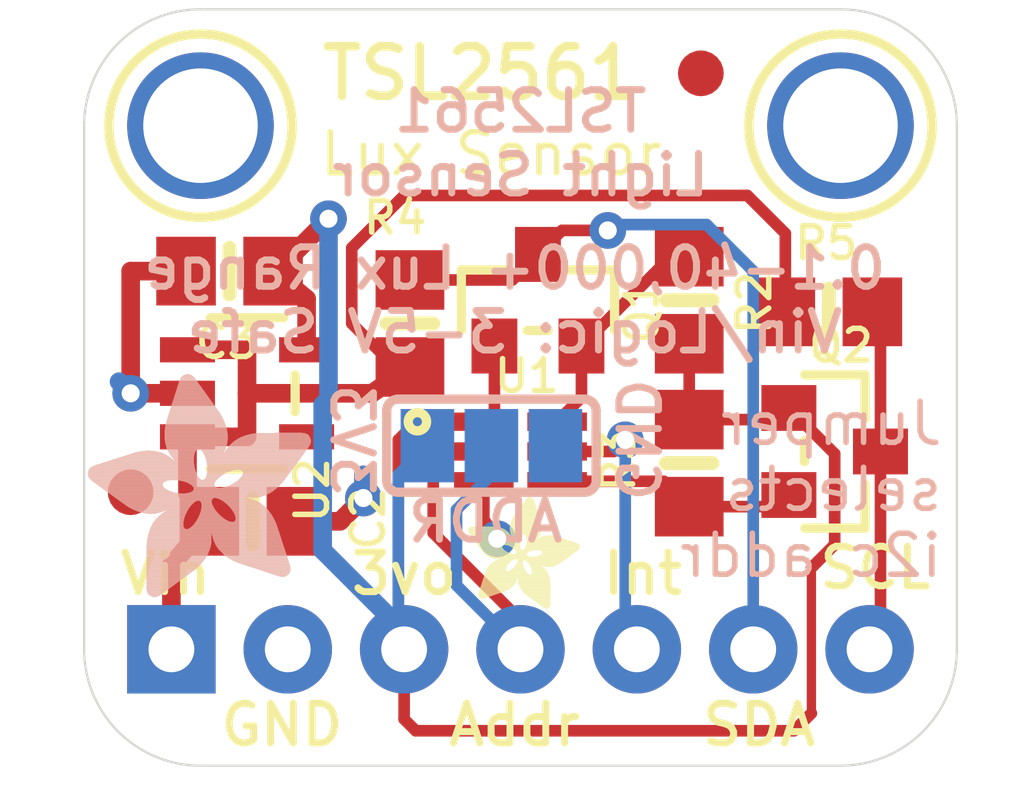
<source format=kicad_pcb>
(kicad_pcb (version 20221018) (generator pcbnew)
  (layers (0 "F.Cu" signal) (31 "B.Cu" signal) (34 "B.Paste" user) (35 "F.Paste" user) (36 "B.SilkS" user "B.Silkscreen") (37 "F.SilkS" user "F.Silkscreen") (38 "B.Mask" user) (39 "F.Mask" user) (44 "Edge.Cuts" user))
  (net 0 "")
  (net 1 "3.3V")
  (net 2 "GND")
  (net 3 "SCL")
  (net 4 "VIN")
  (net 5 "SDA_5V")
  (net 6 "SCL_5V")
  (net 7 "SDA")
  (net 8 "ADDR")
  (net 9 "INT")
  (footprint "TSL2561_5V_REV-A:0805-NO" (layer "F.Cu") (at 155.2321 103.3526 180)
    (fp_text reference "R5" (at -0.6985 1.905) (layer "F.SilkS") (effects (font (size 0.692831 0.692831) (thickness 0.119969)) (justify right top)))
    (fp_text value "10K")
    (pad "1" smd rect (at -0.95 0 180) (size 1.3 1.5) (layers "F.Cu" "F.Paste" "F.Mask") (net 6 "SCL_5V"))
    (pad "2" smd rect (at 0.95 0 180) (size 1.3 1.5) (layers "F.Cu" "F.Paste" "F.Mask") (net 4 "VIN"))
  )
  (footprint "TSL2561_5V_REV-A:FIDUCIAL_1MM" (layer "F.Cu") (at 152.4381 98.1456)
    (fp_text reference "FID1" hide)
    (fp_text value "FIDUCIAL\"\"" hide)
    (pad "1" smd roundrect (at 0 0) (size 1 1) (layers "F.Cu" "F.Mask") (roundrect_rratio 0.5))
  )
  (footprint "TSL2561_5V_REV-A:MOUNTINGHOLE_2.5_PLATED" (layer "F.Cu") (at 155.4861 99.2886)
    (fp_text reference "U$19" hide)
    (fp_text value "MOUNTINGHOLE2.5" hide)
    (pad "P$1" thru_hole circle (at 0 0) (size 3.2 3.2) (drill 2.5) (layers "*.Cu" "*.Mask"))
  )
  (footprint "TSL2561_5V_REV-A:SOT23-WIDE" (layer "F.Cu") (at 155.3591 106.4006 -90)
    (fp_text reference "Q2" (at -1.905 0.635) (layer "F.SilkS") (effects (font (size 0.692831 0.692831) (thickness 0.119969)) (justify left bottom)))
    (fp_text value "BSS138")
    (pad "1" smd rect (at -0.95 1 270) (size 1 1.2) (layers "F.Cu" "F.Paste" "F.Mask") (net 1 "3.3V"))
    (pad "2" smd rect (at 0.95 1 270) (size 1 1.2) (layers "F.Cu" "F.Paste" "F.Mask") (net 3 "SCL"))
    (pad "3" smd rect (at 0 -1 270) (size 1 1.2) (layers "F.Cu" "F.Paste" "F.Mask") (net 6 "SCL_5V"))
  )
  (footprint "TSL2561_5V_REV-A:0805-NO" (layer "F.Cu") (at 146.0881 103.6066 -90)
    (fp_text reference "R4" (at -1.905 1.0795) (layer "F.SilkS") (effects (font (size 0.692831 0.692831) (thickness 0.119969)) (justify left bottom)))
    (fp_text value "10K")
    (pad "1" smd rect (at -0.95 0 270) (size 1.3 1.5) (layers "F.Cu" "F.Paste" "F.Mask") (net 5 "SDA_5V"))
    (pad "2" smd rect (at 0.95 0 270) (size 1.3 1.5) (layers "F.Cu" "F.Paste" "F.Mask") (net 4 "VIN"))
  )
  (footprint "TSL2561_5V_REV-A:SOT23-5" (layer "F.Cu") (at 142.5321 105.1306 -90)
    (fp_text reference "U2" (at 1.343 -1.016 90) (layer "F.SilkS") (effects (font (size 0.692831 0.692831) (thickness 0.119969)) (justify right top)))
    (fp_text value "MIC5225-3.3")
    (pad "1" smd rect (at -0.95 1.3001 270) (size 0.55 1.2) (layers "F.Cu" "F.Paste" "F.Mask") (net 4 "VIN"))
    (pad "2" smd rect (at 0 1.3001 270) (size 0.55 1.2) (layers "F.Cu" "F.Paste" "F.Mask") (net 2 "GND"))
    (pad "3" smd rect (at 0.95 1.3001 270) (size 0.55 1.2) (layers "F.Cu" "F.Paste" "F.Mask") (net 4 "VIN"))
    (pad "4" smd rect (at 0.95 -1.3001 270) (size 0.55 1.2) (layers "F.Cu" "F.Paste" "F.Mask"))
    (pad "5" smd rect (at -0.95 -1.3001 270) (size 0.55 1.2) (layers "F.Cu" "F.Paste" "F.Mask") (net 1 "3.3V"))
  )
  (footprint "TSL2561_5V_REV-A:0805-NO" (layer "F.Cu") (at 152.1841 106.6546 90)
    (fp_text reference "R3" (at -0.6985 -1.143 90) (layer "F.SilkS") (effects (font (size 0.692831 0.692831) (thickness 0.119969)) (justify left bottom)))
    (fp_text value "10K")
    (pad "1" smd rect (at -0.95 0 90) (size 1.3 1.5) (layers "F.Cu" "F.Paste" "F.Mask") (net 3 "SCL"))
    (pad "2" smd rect (at 0.95 0 90) (size 1.3 1.5) (layers "F.Cu" "F.Paste" "F.Mask") (net 1 "3.3V"))
  )
  (footprint "TSL2561_5V_REV-A:TSL2561_FN" (layer "F.Cu") (at 148.5011 106.4006)
    (fp_text reference "U1" (at -0.635 -1.243) (layer "F.SilkS") (effects (font (size 0.692831 0.692831) (thickness 0.119969)) (justify left bottom)))
    (fp_text value "")
    (pad "ADR" smd rect (at -0.8 0) (size 1.3 0.4) (layers "F.Cu" "F.Mask") (net 8 "ADDR"))
    (pad "CLK" smd rect (at 0.8 0.65) (size 1.3 0.4) (layers "F.Cu" "F.Mask") (net 3 "SCL"))
    (pad "DATA" smd rect (at 0.8 -0.65) (size 1.3 0.4) (layers "F.Cu" "F.Mask") (net 7 "SDA"))
    (pad "INT" smd rect (at 0.8 0) (size 1.3 0.4) (layers "F.Cu" "F.Mask") (net 9 "INT"))
    (pad "VDD" smd rect (at -0.8 -0.65) (size 1.3 0.4) (layers "F.Cu" "F.Mask") (net 1 "3.3V"))
    (pad "VSS" smd rect (at -0.8 0.65) (size 1.3 0.4) (layers "F.Cu" "F.Mask") (net 2 "GND"))
  )
  (footprint "TSL2561_5V_REV-A:FIDUCIAL_1MM" (layer "F.Cu") (at 139.9921 107.2896)
    (fp_text reference "FID2" hide)
    (fp_text value "FIDUCIAL\"\"" hide)
    (pad "1" smd roundrect (at 0 0) (size 1 1) (layers "F.Cu" "F.Mask") (roundrect_rratio 0.5))
  )
  (footprint "TSL2561_5V_REV-A:ADAFRUIT_2.5MM" (layer "F.Cu") (at 147.3581 109.8296)
    (fp_text reference "U$15" hide)
    (fp_text value "" hide)
  )
  (footprint "TSL2561_5V_REV-A:0805-NO" (layer "F.Cu") (at 152.1841 103.0986 -90)
    (fp_text reference "R2" (at -0.6985 -1.016 90) (layer "F.SilkS") (effects (font (size 0.692831 0.692831) (thickness 0.119969)) (justify right top)))
    (fp_text value "10K")
    (pad "1" smd rect (at -0.95 0 270) (size 1.3 1.5) (layers "F.Cu" "F.Paste" "F.Mask") (net 7 "SDA"))
    (pad "2" smd rect (at 0.95 0 270) (size 1.3 1.5) (layers "F.Cu" "F.Paste" "F.Mask") (net 1 "3.3V"))
  )
  (footprint "TSL2561_5V_REV-A:1X07_ROUND_76" (layer "F.Cu") (at 148.5011 110.7186)
    (fp_text reference "JP1" hide)
    (fp_text value "")
    (pad "1" thru_hole rect (at -7.62 0 90) (size 1.9304 1.9304) (drill 1) (layers "*.Cu" "*.Mask") (net 4 "VIN"))
    (pad "2" thru_hole circle (at -5.08 0 90) (size 1.9304 1.9304) (drill 1) (layers "*.Cu" "*.Mask") (net 2 "GND"))
    (pad "3" thru_hole circle (at -2.54 0 90) (size 1.9304 1.9304) (drill 1) (layers "*.Cu" "*.Mask") (net 1 "3.3V"))
    (pad "4" thru_hole circle (at 0 0 90) (size 1.9304 1.9304) (drill 1) (layers "*.Cu" "*.Mask") (net 8 "ADDR"))
    (pad "5" thru_hole circle (at 2.54 0 90) (size 1.9304 1.9304) (drill 1) (layers "*.Cu" "*.Mask") (net 9 "INT"))
    (pad "6" thru_hole circle (at 5.08 0 90) (size 1.9304 1.9304) (drill 1) (layers "*.Cu" "*.Mask") (net 5 "SDA_5V"))
    (pad "7" thru_hole circle (at 7.62 0 90) (size 1.9304 1.9304) (drill 1) (layers "*.Cu" "*.Mask") (net 6 "SCL_5V"))
  )
  (footprint "TSL2561_5V_REV-A:SOT23-WIDE" (layer "F.Cu") (at 148.8821 103.0986)
    (fp_text reference "Q1" (at 2.667 1.016 90) (layer "F.SilkS") (effects (font (size 0.692831 0.692831) (thickness 0.119969)) (justify left bottom)))
    (fp_text value "BSS138")
    (pad "1" smd rect (at -0.95 1) (size 1 1.2) (layers "F.Cu" "F.Paste" "F.Mask") (net 1 "3.3V"))
    (pad "2" smd rect (at 0.95 1) (size 1 1.2) (layers "F.Cu" "F.Paste" "F.Mask") (net 7 "SDA"))
    (pad "3" smd rect (at 0 -1) (size 1 1.2) (layers "F.Cu" "F.Paste" "F.Mask") (net 5 "SDA_5V"))
  )
  (footprint "TSL2561_5V_REV-A:MOUNTINGHOLE_2.5_PLATED" (layer "F.Cu") (at 141.5161 99.2886)
    (fp_text reference "U$18" hide)
    (fp_text value "MOUNTINGHOLE2.5" hide)
    (pad "P$1" thru_hole circle (at 0 0) (size 3.2 3.2) (drill 2.5) (layers "*.Cu" "*.Mask"))
  )
  (footprint "TSL2561_5V_REV-A:0805-NO" (layer "F.Cu") (at 142.6591 107.9246)
    (fp_text reference "C2" (at 2.921 0.6985 90) (layer "F.SilkS") (effects (font (size 0.692831 0.692831) (thickness 0.119969)) (justify left bottom)))
    (fp_text value "10uF")
    (pad "1" smd rect (at -0.95 0) (size 1.3 1.5) (layers "F.Cu" "F.Paste" "F.Mask") (net 4 "VIN"))
    (pad "2" smd rect (at 0.95 0) (size 1.3 1.5) (layers "F.Cu" "F.Paste" "F.Mask") (net 2 "GND"))
  )
  (footprint "TSL2561_5V_REV-A:0805-NO" (layer "F.Cu") (at 142.1511 102.4636 180)
    (fp_text reference "C3" (at -0.6985 -1.143) (layer "F.SilkS") (effects (font (size 0.692831 0.692831) (thickness 0.119969)) (justify right top)))
    (fp_text value "10uF")
    (pad "1" smd rect (at -0.95 0 180) (size 1.3 1.5) (layers "F.Cu" "F.Paste" "F.Mask") (net 1 "3.3V"))
    (pad "2" smd rect (at 0.95 0 180) (size 1.3 1.5) (layers "F.Cu" "F.Paste" "F.Mask") (net 2 "GND"))
  )
  (footprint "TSL2561_5V_REV-A:ADAFRUIT_5MM" (layer "B.Cu") (at 143.9291 109.5756 180)
    (fp_text reference "U$20" hide)
    (fp_text value "" hide)
  )
  (footprint "TSL2561_5V_REV-A:SOLDERJUMPER_2WAY_OPEN_NOPASTE" (layer "B.Cu") (at 147.8661 106.2736)
    (fp_text reference "SJ1" hide)
    (fp_text value "")
    (pad "1" smd rect (at -1.397 0) (size 1.1684 1.6002) (layers "B.Cu") (net 1 "3.3V"))
    (pad "2" smd rect (at 0 0) (size 1.1684 1.6002) (layers "B.Cu") (net 8 "ADDR"))
    (pad "3" smd rect (at 1.397 0) (size 1.1684 1.6002) (layers "B.Cu") (net 2 "GND"))
  )
  (gr_line (start 155.4861 113.2586) (end 141.5161 113.2586) (stroke (width 0.05)) (layer "Edge.Cuts"))
  (gr_line (start 138.9761 110.7186) (end 138.9761 99.2886) (stroke (width 0.05)) (layer "Edge.Cuts"))
  (gr_line (start 141.5161 96.7486) (end 155.4861 96.7486) (stroke (width 0.05)) (layer "Edge.Cuts"))
  (gr_arc (start 138.9761 99.2886) (mid 139.720049 97.492549) (end 141.5161 96.7486) (stroke (width 0.05)) (layer "Edge.Cuts"))
  (gr_arc (start 141.5161 113.2586) (mid 139.720049 112.514651) (end 138.9761 110.7186) (stroke (width 0.05)) (layer "Edge.Cuts"))
  (gr_arc (start 158.0261 110.7186) (mid 157.282151 112.514651) (end 155.4861 113.2586) (stroke (width 0.05)) (layer "Edge.Cuts"))
  (gr_arc (start 155.4861 96.7486) (mid 157.282151 97.492549) (end 158.0261 99.2886) (stroke (width 0.05)) (layer "Edge.Cuts"))
  (gr_line (start 158.0261 99.2886) (end 158.0261 110.7186) (stroke (width 0.05)) (layer "Edge.Cuts"))
  (gr_text "GND" (at 151.0411 106.1466 -90) (layer "B.SilkS") (effects (font (size 0.8636 0.8636) (thickness 0.1524)) (justify mirror)))
  (gr_text "ADDR" (at 147.7391 107.9246) (layer "B.SilkS") (effects (font (size 0.8636 0.8636) (thickness 0.1524)) (justify mirror)))
  (gr_text "0.1-40,000+ Lux Range\nVin/Logic: 3-5V Safe" (at 148.3741 103.0986) (layer "B.SilkS") (effects (font (size 0.8636 0.8636) (thickness 0.1524)) (justify mirror)))
  (gr_text "Jumper\nselects\ni2c addr" (at 157.7721 109.1946) (layer "B.SilkS") (effects (font (size 0.89408 0.89408) (thickness 0.12192)) (justify left bottom mirror)))
  (gr_text "TSL2561\nLight Sensor" (at 148.5011 99.6696) (layer "B.SilkS") (effects (font (size 0.8636 0.8636) (thickness 0.1524)) (justify mirror)))
  (gr_text "3V3" (at 144.8181 106.1466 -90) (layer "B.SilkS") (effects (font (size 0.8636 0.8636) (thickness 0.1524)) (justify mirror)))
  (gr_text "Addr" (at 148.3741 112.3696) (layer "F.SilkS") (effects (font (size 0.8636 0.8636) (thickness 0.1524))))
  (gr_text "SDA" (at 153.7081 112.3696) (layer "F.SilkS") (effects (font (size 0.8636 0.8636) (thickness 0.1524))))
  (gr_text "GND" (at 143.2941 112.3696) (layer "F.SilkS") (effects (font (size 0.8636 0.8636) (thickness 0.1524))))
  (gr_text "Vin" (at 140.7541 109.0676) (layer "F.SilkS") (effects (font (size 0.8636 0.8636) (thickness 0.1524))))
  (gr_text "3vo" (at 145.9611 109.0676) (layer "F.SilkS") (effects (font (size 0.8636 0.8636) (thickness 0.1524))))
  (gr_text "SCL" (at 156.2481 108.9406) (layer "F.SilkS") (effects (font (size 0.8636 0.8636) (thickness 0.1524))))
  (gr_text "TSL2561" (at 147.6121 98.1456) (layer "F.SilkS") (effects (font (size 1.0795 1.0795) (thickness 0.1905))))
  (gr_text "Lux Sensor" (at 144.0561 100.4316) (layer "F.SilkS") (effects (font (size 0.89408 0.89408) (thickness 0.12192)) (justify left bottom)))
  (gr_text "Int" (at 151.1681 109.0676) (layer "F.SilkS") (effects (font (size 0.8636 0.8636) (thickness 0.1524))))
  (segment (start 143.8322 103.0677) (end 143.8322 104.1806) (width 0.4064) (layer "F.Cu") (net 1))
  (segment (start 145.8341 110.5916) (end 145.9611 110.7186) (width 0.254) (layer "F.Cu") (net 1))
  (segment (start 154.1051 105.7046) (end 154.3591 105.4506) (width 0.254) (layer "F.Cu") (net 1))
  (segment (start 146.2151 112.4966) (end 145.9611 112.2426) (width 0.254) (layer "F.Cu") (net 1))
  (segment (start 154.8511 112.1156) (end 154.4701 112.4966) (width 0.254) (layer "F.Cu") (net 1))
  (segment (start 154.8511 108.9406) (end 154.8511 112.1156) (width 0.2032) (layer "F.Cu") (net 1))
  (segment (start 143.1011 102.4636) (end 143.2941 102.3366) (width 0.4064) (layer "F.Cu") (net 1))
  (segment (start 154.4701 112.4966) (end 146.2151 112.4966) (width 0.254) (layer "F.Cu") (net 1))
  (segment (start 155.3591 106.4506) (end 155.3591 108.4326) (width 0.254) (layer "F.Cu") (net 1))
  (segment (start 145.9611 112.2426) (end 145.9611 110.7186) (width 0.254) (layer "F.Cu") (net 1))
  (segment (start 147.7011 105.7506) (end 147.9321 105.5196) (width 0.254) (layer "F.Cu") (net 1))
  (segment (start 147.7011 105.7506) (end 146.2301 105.7506) (width 0.254) (layer "F.Cu") (net 1))
  (segment (start 145.8341 106.1466) (end 145.8341 110.5916) (width 0.254) (layer "F.Cu") (net 1))
  (segment (start 143.2941 102.3366) (end 144.3101 101.3206) (width 0.4064) (layer "F.Cu") (net 1))
  (segment (start 147.9321 105.5196) (end 147.9321 104.0986) (width 0.254) (layer "F.Cu") (net 1))
  (segment (start 143.1011 102.4636) (end 143.8322 103.0677) (width 0.4064) (layer "F.Cu") (net 1))
  (segment (start 155.3591 108.4326) (end 154.8511 108.9406) (width 0.254) (layer "F.Cu") (net 1))
  (segment (start 152.1841 104.0486) (end 152.1841 105.7046) (width 0.254) (layer "F.Cu") (net 1))
  (segment (start 154.3591 105.4506) (end 155.3591 106.4506) (width 0.254) (layer "F.Cu") (net 1))
  (segment (start 152.1841 105.7046) (end 154.1051 105.7046) (width 0.254) (layer "F.Cu") (net 1))
  (segment (start 146.2301 105.7506) (end 145.8341 106.1466) (width 0.254) (layer "F.Cu") (net 1))
  (via (at 144.3101 101.3206) (size 0.8001) (drill 0.3937) (layers "F.Cu" "B.Cu") (net 1))
  (segment (start 144.1831 108.5596) (end 145.8341 110.2106) (width 0.4064) (layer "B.Cu") (net 1))
  (segment (start 144.1831 105.3846) (end 144.1831 108.5596) (width 0.4064) (layer "B.Cu") (net 1))
  (segment (start 144.3101 105.2576) (end 144.1831 105.3846) (width 0.4064) (layer "B.Cu") (net 1))
  (segment (start 145.8341 110.2106) (end 145.8341 110.5916) (width 0.4064) (layer "B.Cu") (net 1))
  (segment (start 145.8341 110.5916) (end 145.9611 110.7186) (width 0.4064) (layer "B.Cu") (net 1))
  (segment (start 145.8341 106.9086) (end 145.8341 110.2106) (width 0.254) (layer "B.Cu") (net 1))
  (segment (start 144.3101 101.3206) (end 144.3101 105.2576) (width 0.4064) (layer "B.Cu") (net 1))
  (segment (start 146.4691 106.2736) (end 145.8341 106.9086) (width 0.254) (layer "B.Cu") (net 1))
  (segment (start 139.9921 102.4636) (end 139.9921 105.1306) (width 0.4064) (layer "F.Cu") (net 2))
  (segment (start 141.2011 102.4636) (end 139.9921 102.4636) (width 0.4064) (layer "F.Cu") (net 2))
  (segment (start 143.6091 107.9246) (end 144.5641 107.9246) (width 0.4064) (layer "F.Cu") (net 2))
  (segment (start 144.5641 107.9246) (end 145.0721 107.4166) (width 0.4064) (layer "F.Cu") (net 2))
  (segment (start 141.232 105.1306) (end 139.9921 105.1306) (width 0.4064) (layer "F.Cu") (net 2))
  (segment (start 147.7011 107.0506) (end 147.7011 107.8866) (width 0.254) (layer "F.Cu") (net 2))
  (segment (start 147.7011 107.8866) (end 147.9931 108.3056) (width 0.254) (layer "F.Cu") (net 2))
  (via (at 139.9921 105.1306) (size 0.8001) (drill 0.3937) (layers "F.Cu" "B.Cu") (net 2))
  (via (at 147.9931 108.3056) (size 0.8001) (drill 0.3937) (layers "F.Cu" "B.Cu") (net 2))
  (via (at 145.0721 107.4166) (size 0.8001) (drill 0.3937) (layers "F.Cu" "B.Cu") (net 2))
  (segment (start 145.0721 107.4166) (end 145.0721 106.9086) (width 0.4064) (layer "B.Cu") (net 2))
  (segment (start 147.9931 108.3056) (end 148.2471 108.3056) (width 0.254) (layer "B.Cu") (net 2))
  (segment (start 139.9921 105.1306) (end 139.7381 104.8766) (width 0.4064) (layer "B.Cu") (net 2))
  (segment (start 154.1051 107.6046) (end 154.3591 107.3506) (width 0.254) (layer "F.Cu") (net 3))
  (segment (start 152.1841 107.6046) (end 154.1051 107.6046) (width 0.254) (layer "F.Cu") (net 3))
  (segment (start 151.6301 107.0506) (end 152.1841 107.6046) (width 0.254) (layer "F.Cu") (net 3))
  (segment (start 149.3011 107.0506) (end 151.6301 107.0506) (width 0.254) (layer "F.Cu") (net 3))
  (segment (start 142.5321 105.1306) (end 142.5321 104.1806) (width 0.4064) (layer "F.Cu") (net 4))
  (segment (start 154.2821 101.6406) (end 153.4541 100.8126) (width 0.254) (layer "F.Cu") (net 4))
  (segment (start 145.2601 105.1306) (end 146.0881 104.5566) (width 0.4064) (layer "F.Cu") (net 4))
  (segment (start 140.8811 110.7186) (end 140.8811 108.8796) (width 0.4064) (layer "F.Cu") (net 4))
  (segment (start 141.232 106.0806) (end 142.5321 106.0806) (width 0.4064) (layer "F.Cu") (net 4))
  (segment (start 144.8181 103.6066) (end 145.7071 104.4956) (width 0.254) (layer "F.Cu") (net 4))
  (segment (start 142.5321 106.0806) (end 142.5321 105.1306) (width 0.4064) (layer "F.Cu") (net 4))
  (segment (start 153.4541 100.8126) (end 145.9611 100.8126) (width 0.254) (layer "F.Cu") (net 4))
  (segment (start 140.8811 108.8796) (end 141.7091 107.9246) (width 0.4064) (layer "F.Cu") (net 4))
  (segment (start 141.7091 107.9246) (end 141.232 107.3205) (width 0.4064) (layer "F.Cu") (net 4))
  (segment (start 142.5321 105.1306) (end 145.2601 105.1306) (width 0.4064) (layer "F.Cu") (net 4))
  (segment (start 141.232 107.3205) (end 141.232 106.0806) (width 0.4064) (layer "F.Cu") (net 4))
  (segment (start 142.5321 104.1806) (end 141.232 104.1806) (width 0.4064) (layer "F.Cu") (net 4))
  (segment (start 144.8181 101.9556) (end 144.8181 103.6066) (width 0.254) (layer "F.Cu") (net 4))
  (segment (start 145.7071 104.4956) (end 146.0271 104.4956) (width 0.254) (layer "F.Cu") (net 4))
  (segment (start 146.0271 104.4956) (end 146.0881 104.5566) (width 0.254) (layer "F.Cu") (net 4))
  (segment (start 154.2821 103.3526) (end 154.2821 101.6406) (width 0.254) (layer "F.Cu") (net 4))
  (segment (start 145.9611 100.8126) (end 144.8181 101.9556) (width 0.254) (layer "F.Cu") (net 4))
  (segment (start 148.8821 102.0986) (end 148.3241 102.6566) (width 0.254) (layer "F.Cu") (net 5))
  (segment (start 148.3241 102.6566) (end 146.0881 102.6566) (width 0.254) (layer "F.Cu") (net 5))
  (segment (start 149.4061 101.5746) (end 148.8821 102.0986) (width 0.254) (layer "F.Cu") (net 5))
  (segment (start 150.4061 101.5746) (end 149.4061 101.5746) (width 0.254) (layer "F.Cu") (net 5))
  (via (at 150.4061 101.5746) (size 0.8001) (drill 0.3937) (layers "F.Cu" "B.Cu") (net 5))
  (segment (start 153.5811 102.4636) (end 152.5651 101.4476) (width 0.254) (layer "B.Cu") (net 5))
  (segment (start 153.5811 110.7186) (end 153.5811 102.4636) (width 0.254) (layer "B.Cu") (net 5))
  (segment (start 150.5331 101.4476) (end 150.4061 101.5746) (width 0.254) (layer "B.Cu") (net 5))
  (segment (start 152.5651 101.4476) (end 150.5331 101.4476) (width 0.254) (layer "B.Cu") (net 5))
  (segment (start 156.3591 106.4006) (end 156.3591 103.5296) (width 0.254) (layer "F.Cu") (net 6))
  (segment (start 156.3591 106.4006) (end 156.3591 110.4806) (width 0.254) (layer "F.Cu") (net 6))
  (segment (start 156.3591 103.5296) (end 156.1821 103.3526) (width 0.254) (layer "F.Cu") (net 6))
  (segment (start 156.3591 110.4806) (end 156.1211 110.7186) (width 0.254) (layer "F.Cu") (net 6))
  (segment (start 151.7821 102.1486) (end 152.1841 102.1486) (width 0.254) (layer "F.Cu") (net 7))
  (segment (start 149.8321 104.0986) (end 151.7821 102.1486) (width 0.254) (layer "F.Cu") (net 7))
  (segment (start 149.8321 105.2196) (end 149.8321 104.0986) (width 0.254) (layer "F.Cu") (net 7))
  (segment (start 149.3011 105.7506) (end 149.8321 105.2196) (width 0.254) (layer "F.Cu") (net 7))
  (segment (start 146.5961 108.1786) (end 148.5011 110.0836) (width 0.254) (layer "F.Cu") (net 8))
  (segment (start 147.7011 106.4006) (end 146.5961 106.4006) (width 0.254) (layer "F.Cu") (net 8))
  (segment (start 146.5961 106.4006) (end 146.5961 108.1786) (width 0.254) (layer "F.Cu") (net 8))
  (segment (start 148.5011 110.0836) (end 148.5011 110.7186) (width 0.254) (layer "F.Cu") (net 8))
  (segment (start 147.8661 106.9086) (end 147.1041 107.6706) (width 0.254) (layer "B.Cu") (net 8))
  (segment (start 147.1041 107.6706) (end 147.1041 109.3216) (width 0.254) (layer "B.Cu") (net 8))
  (segment (start 147.1041 109.3216) (end 148.5011 110.7186) (width 0.254) (layer "B.Cu") (net 8))
  (segment (start 148.6281 110.5916) (end 148.5011 110.7186) (width 0.254) (layer "B.Cu") (net 8))
  (segment (start 147.8661 106.2736) (end 147.8661 106.9086) (width 0.254) (layer "B.Cu") (net 8))
  (segment (start 150.5331 106.4006) (end 149.3011 106.4006) (width 0.254) (layer "F.Cu") (net 9))
  (segment (start 150.7871 106.1466) (end 150.5331 106.4006) (width 0.254) (layer "F.Cu") (net 9))
  (via (at 150.7871 106.1466) (size 0.8001) (drill 0.3937) (layers "F.Cu" "B.Cu") (net 9))
  (segment (start 150.7871 110.4646) (end 150.7871 106.1466) (width 0.254) (layer "B.Cu") (net 9))
  (segment (start 151.0411 110.7186) (end 150.7871 110.4646) (width 0.254) (layer "B.Cu") (net 9))
)
</source>
